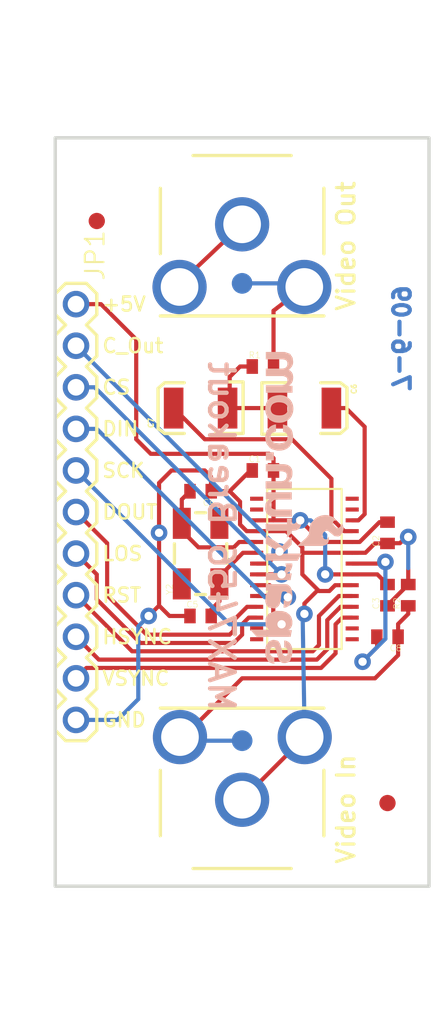
<source format=kicad_pcb>
(kicad_pcb (version 20211014) (generator pcbnew)
  (layers (0 "F.Cu" signal) (31 "B.Cu" signal) (34 "B.Paste" user) (35 "F.Paste" user) (36 "B.SilkS" user "B.Silkscreen") (37 "F.SilkS" user "F.Silkscreen") (38 "B.Mask" user) (39 "F.Mask" user) (44 "Edge.Cuts" user))
  (net 0 "")
  (net 1 "GND")
  (net 2 "5V")
  (net 3 "SCK")
  (net 4 "N$1")
  (net 5 "N$4")
  (net 6 "~{CS}")
  (net 7 "LOS")
  (net 8 "N$5")
  (net 9 "N$6")
  (net 10 "N$7")
  (net 11 "N$8")
  (net 12 "N$9")
  (net 13 "N$10")
  (net 14 "~{HSYNC}")
  (net 15 "~{VSYNC}")
  (net 16 "RESET")
  (net 17 "CLKOUT")
  (net 18 "DIN")
  (net 19 "DOUT")
  (footprint "boardEagle:CRYSTAL-SMD-5X3" (layer "F.Cu") (at 145.9611 107.5436 90)
    (fp_text reference "Y2" (at -2.54 -1.905 90) (layer "F.SilkS") (effects (font (size 0.376489 0.376489) (thickness 0.029911)) (justify left)))
    (fp_text value "27MHz")
    (pad "1" smd rect (at -1.85 1.15 90) (size 1.9 1.1) (layers "F.Cu" "F.Paste" "F.Mask") (net 5 "N$4"))
    (pad "2" smd rect (at 1.85 1.15 90) (size 1.9 1.1) (layers "F.Cu" "F.Paste" "F.Mask"))
    (pad "3" smd rect (at 1.85 -1.15 90) (size 1.9 1.1) (layers "F.Cu" "F.Paste" "F.Mask") (net 4 "N$1"))
    (pad "4" smd rect (at -1.85 -1.15 90) (size 1.9 1.1) (layers "F.Cu" "F.Paste" "F.Mask"))
  )
  (footprint "boardEagle:FIDUCIAL-1X2" (layer "F.Cu") (at 139.6111 87.2236)
    (fp_text reference "U$10" hide)
    (fp_text value "FIDUCIAL1X2" hide)
    (pad "1" smd roundrect (at 0 0) (size 1 1) (layers "F.Cu" "F.Mask") (roundrect_rratio 0.5))
  )
  (footprint "boardEagle:EIA3528" (layer "F.Cu") (at 152.3111 98.6536)
    (fp_text reference "C6" (at 3.032 -1.524 90) (layer "F.SilkS") (effects (font (size 0.312928 0.312928) (thickness 0.093472)) (justify right)))
    (fp_text value "47uF")
    (pad "A" smd rect (at 1.65 0 90) (size 2.5 1.2) (layers "F.Cu" "F.Paste" "F.Mask") (net 10 "N$7"))
    (pad "C" smd rect (at -1.65 0 90) (size 2.5 1.2) (layers "F.Cu" "F.Paste" "F.Mask") (net 8 "N$5"))
  )
  (footprint "boardEagle:C0402" (layer "F.Cu") (at 145.9611 103.7336 180)
    (fp_text reference "C4" (at -0.889 -0.6985) (layer "F.SilkS") (effects (font (size 0.376489 0.376489) (thickness 0.029911)) (justify right)))
    (fp_text value "22pf")
    (pad "1" smd rect (at -0.65 0 180) (size 0.7 0.9) (layers "F.Cu" "F.Paste" "F.Mask") (net 1 "GND"))
    (pad "2" smd rect (at 0.65 0 180) (size 0.7 0.9) (layers "F.Cu" "F.Paste" "F.Mask") (net 4 "N$1"))
  )
  (footprint "boardEagle:STAND-OFF" (layer "F.Cu") (at 157.3911 125.3236)
    (fp_text reference "U$13" hide)
    (fp_text value "STAND-OFF" hide)
    (pad "" np_thru_hole circle (at 0 0) (size 3.302 3.302) (drill 3.302) (layers *.Cu *.Mask))
  )
  (footprint "boardEagle:C0402" (layer "F.Cu") (at 145.9611 111.3536)
    (fp_text reference "C5" (at -0.889 -0.6985) (layer "F.SilkS") (effects (font (size 0.376489 0.376489) (thickness 0.029911)) (justify left)))
    (fp_text value "22pf")
    (pad "1" smd rect (at -0.65 0) (size 0.7 0.9) (layers "F.Cu" "F.Paste" "F.Mask") (net 1 "GND"))
    (pad "2" smd rect (at 0.65 0) (size 0.7 0.9) (layers "F.Cu" "F.Paste" "F.Mask") (net 5 "N$4"))
  )
  (footprint "boardEagle:C0402" (layer "F.Cu") (at 157.3911 112.6236 180)
    (fp_text reference "C8" (at -0.889 -0.6985) (layer "F.SilkS") (effects (font (size 0.376489 0.376489) (thickness 0.029911)) (justify right)))
    (fp_text value "0.1uF")
    (pad "1" smd rect (at -0.65 0 180) (size 0.7 0.9) (layers "F.Cu" "F.Paste" "F.Mask") (net 13 "N$10"))
    (pad "2" smd rect (at 0.65 0 180) (size 0.7 0.9) (layers "F.Cu" "F.Paste" "F.Mask") (net 12 "N$9"))
  )
  (footprint "boardEagle:C0402" (layer "F.Cu") (at 149.7711 96.1136)
    (fp_text reference "R1" (at -0.889 -0.6985) (layer "F.SilkS") (effects (font (size 0.376489 0.376489) (thickness 0.029911)) (justify left)))
    (fp_text value "75")
    (pad "1" smd rect (at -0.65 0) (size 0.7 0.9) (layers "F.Cu" "F.Paste" "F.Mask") (net 8 "N$5"))
    (pad "2" smd rect (at 0.65 0) (size 0.7 0.9) (layers "F.Cu" "F.Paste" "F.Mask") (net 11 "N$8"))
  )
  (footprint "boardEagle:C0402" (layer "F.Cu") (at 157.3911 110.0836 90)
    (fp_text reference "C3" (at -0.889 -0.6985 90) (layer "F.SilkS") (effects (font (size 0.376489 0.376489) (thickness 0.029911)) (justify left)))
    (fp_text value "0.1uF")
    (pad "1" smd rect (at -0.65 0 90) (size 0.7 0.9) (layers "F.Cu" "F.Paste" "F.Mask") (net 1 "GND"))
    (pad "2" smd rect (at 0.65 0 90) (size 0.7 0.9) (layers "F.Cu" "F.Paste" "F.Mask") (net 2 "5V"))
  )
  (footprint "boardEagle:STAND-OFF" (layer "F.Cu") (at 139.6111 84.6836)
    (fp_text reference "U$12" hide)
    (fp_text value "STAND-OFF" hide)
    (pad "" np_thru_hole circle (at 0 0) (size 3.302 3.302) (drill 3.302) (layers *.Cu *.Mask))
  )
  (footprint "boardEagle:C0402" (layer "F.Cu") (at 158.6611 110.0836 90)
    (fp_text reference "R2" (at -0.889 -0.6985 90) (layer "F.SilkS") (effects (font (size 0.376489 0.376489) (thickness 0.029911)) (justify left)))
    (fp_text value "75")
    (pad "1" smd rect (at -0.65 0 90) (size 0.7 0.9) (layers "F.Cu" "F.Paste" "F.Mask") (net 13 "N$10"))
    (pad "2" smd rect (at 0.65 0 90) (size 0.7 0.9) (layers "F.Cu" "F.Paste" "F.Mask") (net 1 "GND"))
  )
  (footprint "boardEagle:STAND-OFF" (layer "F.Cu") (at 157.3911 84.6836)
    (fp_text reference "U$2" hide)
    (fp_text value "STAND-OFF" hide)
    (pad "" np_thru_hole circle (at 0 0) (size 3.302 3.302) (drill 3.302) (layers *.Cu *.Mask))
  )
  (footprint "boardEagle:RCA_LOCK" (layer "F.Cu") (at 148.5011 122.7836 90)
    (fp_text reference "J2" hide)
    (fp_text value "POWER_JACKRCA_LOCK" hide)
    (pad "" np_thru_hole circle (at -3.1 -4.25 90) (size 2.1336 2.1336) (drill 2.1336) (layers *.Cu *.Mask))
    (pad "" np_thru_hole circle (at -3.1 4.25 90) (size 2.1336 2.1336) (drill 2.1336) (layers *.Cu *.Mask))
    (pad "BARREL" thru_hole circle (at 0.2032 0 90) (size 3.316 3.316) (drill 2.3) (layers *.Cu *.Mask) (net 1 "GND"))
    (pad "BREAK" thru_hole circle (at 4.0302 -3.8016 90) (size 3.316 3.316) (drill 2.3) (layers *.Cu *.Mask) (net 13 "N$10"))
    (pad "SPRING" thru_hole circle (at 4.0302 3.827 90) (size 3.316 3.316) (drill 2.3) (layers *.Cu *.Mask) (net 1 "GND"))
  )
  (footprint "boardEagle:FIDUCIAL-1X2" (layer "F.Cu") (at 157.3911 122.7836)
    (fp_text reference "U$9" hide)
    (fp_text value "FIDUCIAL1X2" hide)
    (pad "1" smd roundrect (at 0 0) (size 1 1) (layers "F.Cu" "F.Mask") (roundrect_rratio 0.5))
  )
  (footprint "boardEagle:C0402" (layer "F.Cu") (at 157.3911 106.2736 90)
    (fp_text reference "C2" (at -0.889 -0.6985 90) (layer "F.SilkS") (effects (font (size 0.376489 0.376489) (thickness 0.029911)) (justify left)))
    (fp_text value "0.1uF")
    (pad "1" smd rect (at -0.65 0 90) (size 0.7 0.9) (layers "F.Cu" "F.Paste" "F.Mask") (net 1 "GND"))
    (pad "2" smd rect (at 0.65 0 90) (size 0.7 0.9) (layers "F.Cu" "F.Paste" "F.Mask") (net 2 "5V"))
  )
  (footprint "boardEagle:RCA_LOCK" (layer "F.Cu") (at 148.5011 87.2236 -90)
    (fp_text reference "J1" hide)
    (fp_text value "POWER_JACKRCA_LOCK" hide)
    (pad "" np_thru_hole circle (at -3.1 -4.25 270) (size 2.1336 2.1336) (drill 2.1336) (layers *.Cu *.Mask))
    (pad "" np_thru_hole circle (at -3.1 4.25 270) (size 2.1336 2.1336) (drill 2.1336) (layers *.Cu *.Mask))
    (pad "BARREL" thru_hole circle (at 0.2032 0 270) (size 3.316 3.316) (drill 2.3) (layers *.Cu *.Mask) (net 1 "GND"))
    (pad "BREAK" thru_hole circle (at 4.0302 -3.8016 270) (size 3.316 3.316) (drill 2.3) (layers *.Cu *.Mask) (net 11 "N$8"))
    (pad "SPRING" thru_hole circle (at 4.0302 3.827 270) (size 3.316 3.316) (drill 2.3) (layers *.Cu *.Mask) (net 1 "GND"))
  )
  (footprint "boardEagle:TSSOP28" (layer "F.Cu") (at 152.3111 108.8136)
    (fp_text reference "U3" (at -2.1 -5.4208) (layer "F.SilkS") (effects (font (size 0.235306 0.235306) (thickness 0.018694)) (justify left)))
    (fp_text value "MAX7456")
    (pad "1" smd rect (at -2.921 -4.6228) (size 0.8 0.25) (layers "F.Cu" "F.Paste" "F.Mask"))
    (pad "2" smd rect (at -2.921 -3.9624) (size 0.8 0.25) (layers "F.Cu" "F.Paste" "F.Mask"))
    (pad "3" smd rect (at -2.921 -3.302) (size 0.8 0.25) (layers "F.Cu" "F.Paste" "F.Mask") (net 2 "5V"))
    (pad "4" smd rect (at -2.921 -2.6416) (size 0.8 0.25) (layers "F.Cu" "F.Paste" "F.Mask") (net 1 "GND"))
    (pad "5" smd rect (at -2.921 -1.9812) (size 0.8 0.25) (layers "F.Cu" "F.Paste" "F.Mask") (net 4 "N$1"))
    (pad "6" smd rect (at -2.921 -1.3208) (size 0.8 0.25) (layers "F.Cu" "F.Paste" "F.Mask") (net 5 "N$4"))
    (pad "7" smd rect (at -2.921 -0.6604) (size 0.8 0.25) (layers "F.Cu" "F.Paste" "F.Mask") (net 17 "CLKOUT"))
    (pad "8" smd rect (at -2.927 0) (size 0.8 0.25) (layers "F.Cu" "F.Paste" "F.Mask") (net 6 "~{CS}"))
    (pad "9" smd rect (at -2.921 0.6604) (size 0.8 0.25) (layers "F.Cu" "F.Paste" "F.Mask") (net 18 "DIN"))
    (pad "10" smd rect (at -2.921 1.3208) (size 0.8 0.25) (layers "F.Cu" "F.Paste" "F.Mask") (net 3 "SCK"))
    (pad "11" smd rect (at -2.921 1.9812) (size 0.8 0.25) (layers "F.Cu" "F.Paste" "F.Mask") (net 19 "DOUT"))
    (pad "12" smd rect (at -2.921 2.6416) (size 0.8 0.25) (layers "F.Cu" "F.Paste" "F.Mask") (net 7 "LOS"))
    (pad "13" smd rect (at -2.921 3.302) (size 0.8 0.25) (layers "F.Cu" "F.Paste" "F.Mask"))
    (pad "14" smd rect (at -2.921 3.9624) (size 0.8 0.25) (layers "F.Cu" "F.Paste" "F.Mask"))
    (pad "15" smd rect (at 2.921 3.9624) (size 0.8 0.25) (layers "F.Cu" "F.Paste" "F.Mask"))
    (pad "16" smd rect (at 2.921 3.302) (size 0.8 0.25) (layers "F.Cu" "F.Paste" "F.Mask"))
    (pad "17" smd rect (at 2.921 2.6416) (size 0.8 0.25) (layers "F.Cu" "F.Paste" "F.Mask") (net 15 "~{VSYNC}"))
    (pad "18" smd rect (at 2.921 1.9812) (size 0.8 0.25) (layers "F.Cu" "F.Paste" "F.Mask") (net 14 "~{HSYNC}"))
    (pad "19" smd rect (at 2.921 1.3208) (size 0.8 0.25) (layers "F.Cu" "F.Paste" "F.Mask") (net 16 "RESET"))
    (pad "20" smd rect (at 2.921 0.6604) (size 0.8 0.25) (layers "F.Cu" "F.Paste" "F.Mask") (net 1 "GND"))
    (pad "21" smd rect (at 2.927 0) (size 0.8 0.25) (layers "F.Cu" "F.Paste" "F.Mask") (net 2 "5V"))
    (pad "22" smd rect (at 2.921 -0.6604) (size 0.8 0.25) (layers "F.Cu" "F.Paste" "F.Mask") (net 12 "N$9"))
    (pad "23" smd rect (at 2.921 -1.3208) (size 0.8 0.25) (layers "F.Cu" "F.Paste" "F.Mask") (net 1 "GND"))
    (pad "24" smd rect (at 2.921 -1.9812) (size 0.8 0.25) (layers "F.Cu" "F.Paste" "F.Mask") (net 2 "5V"))
    (pad "25" smd rect (at 2.921 -2.6416) (size 0.8 0.25) (layers "F.Cu" "F.Paste" "F.Mask") (net 9 "N$6"))
    (pad "26" smd rect (at 2.921 -3.302) (size 0.8 0.25) (layers "F.Cu" "F.Paste" "F.Mask") (net 10 "N$7"))
    (pad "27" smd rect (at 2.921 -3.9624) (size 0.8 0.25) (layers "F.Cu" "F.Paste" "F.Mask"))
    (pad "28" smd rect (at 2.921 -4.6228) (size 0.8 0.25) (layers "F.Cu" "F.Paste" "F.Mask"))
  )
  (footprint "boardEagle:STAND-OFF" (layer "F.Cu") (at 139.6111 125.3236)
    (fp_text reference "U$14" hide)
    (fp_text value "STAND-OFF" hide)
    (pad "" np_thru_hole circle (at 0 0) (size 3.302 3.302) (drill 3.302) (layers *.Cu *.Mask))
  )
  (footprint "boardEagle:1X11" (layer "F.Cu") (at 138.3411 92.3036 -90)
    (fp_text reference "JP1" (at -1.3462 -1.8288 -90) (layer "F.SilkS") (effects (font (size 1.143 1.143) (thickness 0.127)) (justify left bottom)))
    (fp_text value "M11PTH")
    (pad "1" thru_hole circle (at 0 0) (size 1.6256 1.6256) (drill 1.016) (layers *.Cu *.Mask) (net 2 "5V"))
    (pad "2" thru_hole circle (at 2.54 0) (size 1.6256 1.6256) (drill 1.016) (layers *.Cu *.Mask) (net 17 "CLKOUT"))
    (pad "3" thru_hole circle (at 5.08 0) (size 1.6256 1.6256) (drill 1.016) (layers *.Cu *.Mask) (net 6 "~{CS}"))
    (pad "4" thru_hole circle (at 7.62 0) (size 1.6256 1.6256) (drill 1.016) (layers *.Cu *.Mask) (net 18 "DIN"))
    (pad "5" thru_hole circle (at 10.16 0) (size 1.6256 1.6256) (drill 1.016) (layers *.Cu *.Mask) (net 3 "SCK"))
    (pad "6" thru_hole circle (at 12.7 0) (size 1.6256 1.6256) (drill 1.016) (layers *.Cu *.Mask) (net 19 "DOUT"))
    (pad "7" thru_hole circle (at 15.24 0) (size 1.6256 1.6256) (drill 1.016) (layers *.Cu *.Mask) (net 7 "LOS"))
    (pad "8" thru_hole circle (at 17.78 0) (size 1.6256 1.6256) (drill 1.016) (layers *.Cu *.Mask) (net 16 "RESET"))
    (pad "9" thru_hole circle (at 20.32 0) (size 1.6256 1.6256) (drill 1.016) (layers *.Cu *.Mask) (net 14 "~{HSYNC}"))
    (pad "10" thru_hole circle (at 22.86 0) (size 1.6256 1.6256) (drill 1.016) (layers *.Cu *.Mask) (net 15 "~{VSYNC}"))
    (pad "11" thru_hole circle (at 25.4 0) (size 1.6256 1.6256) (drill 1.016) (layers *.Cu *.Mask) (net 1 "GND"))
  )
  (footprint "boardEagle:C0402" (layer "F.Cu") (at 149.7711 102.4636)
    (fp_text reference "C1" (at -0.889 -0.6985) (layer "F.SilkS") (effects (font (size 0.376489 0.376489) (thickness 0.029911)) (justify left)))
    (fp_text value "0.1uF")
    (pad "1" smd rect (at -0.65 0) (size 0.7 0.9) (layers "F.Cu" "F.Paste" "F.Mask") (net 1 "GND"))
    (pad "2" smd rect (at 0.65 0) (size 0.7 0.9) (layers "F.Cu" "F.Paste" "F.Mask") (net 2 "5V"))
  )
  (footprint "boardEagle:EIA3528" (layer "F.Cu") (at 145.9611 98.6536 180)
    (fp_text reference "C7" (at 3.032 -1.27 90) (layer "F.SilkS") (effects (font (size 0.312928 0.312928) (thickness 0.093472)) (justify left)))
    (fp_text value "47uF")
    (pad "A" smd rect (at 1.65 0 270) (size 2.5 1.2) (layers "F.Cu" "F.Paste" "F.Mask") (net 9 "N$6"))
    (pad "C" smd rect (at -1.65 0 270) (size 2.5 1.2) (layers "F.Cu" "F.Paste" "F.Mask") (net 8 "N$5"))
  )
  (footprint "boardEagle:PAD.03X.05" (layer "B.Cu") (at 148.5011 118.9736 180)
    (fp_text reference "V_IN0" hide)
    (fp_text value "TEST-POINT3X5" hide)
    (pad "P$1" smd roundrect (at 0 0 180) (size 1.27 1.27) (layers "B.Cu" "B.Mask") (roundrect_rratio 0.5) (net 13 "N$10"))
  )
  (footprint "boardEagle:PAD.03X.05" (layer "B.Cu") (at 148.5011 91.0336 180)
    (fp_text reference "V_OUT0" hide)
    (fp_text value "TEST-POINT3X5" hide)
    (pad "P$1" smd roundrect (at 0 0 180) (size 1.27 1.27) (layers "B.Cu" "B.Mask") (roundrect_rratio 0.5) (net 11 "N$8"))
  )
  (footprint "boardEagle:SFE-NEW-WEBLOGO" (layer "B.Cu") (at 149.0091 114.2746 90)
    (fp_text reference "U$8" hide)
    (fp_text value "LOGO-SFENEW" hide)
  )
  (gr_line (start 159.9311 82.1436) (end 159.9311 127.8636) (layer "Edge.Cuts") (width 0.2032))
  (gr_line (start 137.0711 82.1436) (end 159.9311 82.1436) (layer "Edge.Cuts") (width 0.2032))
  (gr_line (start 137.0711 127.8636) (end 137.0711 82.1436) (layer "Edge.Cuts") (width 0.2032))
  (gr_line (start 159.9311 127.8636) (end 137.0711 127.8636) (layer "Edge.Cuts") (width 0.2032))
  (gr_text "7-6-09" (at 158.7881 91.0336 -90) (layer "B.Cu") (effects (font (size 1.016 1.016) (thickness 0.254)) (justify right top mirror)))
  (gr_text "MAX7456 Breakout" (at 146.3421 117.3226 -90) (layer "B.SilkS") (effects (font (size 1.5113 1.5113) (thickness 0.2667)) (justify left bottom mirror)))
  (gr_text "+5V" (at 139.8651 92.8116) (layer "F.SilkS") (effects (font (size 0.8636 0.8636) (thickness 0.1524)) (justify left bottom)))
  (gr_text "Video In" (at 155.4861 126.5936 90) (layer "F.SilkS") (effects (font (size 1.0795 1.0795) (thickness 0.1905)) (justify left bottom)))
  (gr_text "DIN" (at 139.8651 100.4316) (layer "F.SilkS") (effects (font (size 0.8636 0.8636) (thickness 0.1524)) (justify left bottom)))
  (gr_text "GND" (at 139.8651 118.2116) (layer "F.SilkS") (effects (font (size 0.8636 0.8636) (thickness 0.1524)) (justify left bottom)))
  (gr_text "Video Out" (at 155.4861 92.8116 90) (layer "F.SilkS") (effects (font (size 1.0795 1.0795) (thickness 0.1905)) (justify left bottom)))
  (gr_text "CS" (at 139.8651 97.8916) (layer "F.SilkS") (effects (font (size 0.8636 0.8636) (thickness 0.1524)) (justify left bottom)))
  (gr_text "VSYNC" (at 139.8651 115.6716) (layer "F.SilkS") (effects (font (size 0.8636 0.8636) (thickness 0.1524)) (justify left bottom)))
  (gr_text "SCK" (at 139.8651 102.9716) (layer "F.SilkS") (effects (font (size 0.8636 0.8636) (thickness 0.1524)) (justify left bottom)))
  (gr_text "RST" (at 139.8651 110.5916) (layer "F.SilkS") (effects (font (size 0.8636 0.8636) (thickness 0.1524)) (justify left bottom)))
  (gr_text "DOUT" (at 139.8651 105.5116) (layer "F.SilkS") (effects (font (size 0.8636 0.8636) (thickness 0.1524)) (justify left bottom)))
  (gr_text "LOS" (at 139.8651 108.0516) (layer "F.SilkS") (effects (font (size 0.8636 0.8636) (thickness 0.1524)) (justify left bottom)))
  (gr_text "HSYNC" (at 139.8651 113.1316) (layer "F.SilkS") (effects (font (size 0.8636 0.8636) (thickness 0.1524)) (justify left bottom)))
  (gr_text "C_Out" (at 139.8651 95.3516) (layer "F.SilkS") (effects (font (size 0.8636 0.8636) (thickness 0.1524)) (justify left bottom)))
  (segment (start 143.4211 110.7186) (end 144.0561 111.3536) (width 0.254) (layer "F.Cu") (net 1))
  (segment (start 155.2321 107.4928) (end 156.0449 107.4928) (width 0.254) (layer "F.Cu") (net 1))
  (segment (start 157.3911 106.9236) (end 157.4061 106.9086) (width 0.254) (layer "F.Cu") (net 1))
  (segment (start 149.0091 102.4636) (end 149.1211 102.4636) (width 0.254) (layer "F.Cu") (net 1))
  (segment (start 152.1841 107.1626) (end 152.1841 107.4166) (width 0.254) (layer "F.Cu") (net 1))
  (segment (start 153.1366 109.7661) (end 152.3111 110.5916) (width 0.254) (layer "F.Cu") (net 1))
  (segment (start 158.6611 109.4336) (end 158.6611 108.4326) (width 0.254) (layer "F.Cu") (net 1))
  (segment (start 152.3281 118.7534) (end 148.5011 122.5804) (width 0.254) (layer "F.Cu") (net 1))
  (segment (start 144.6911 91.0336) (end 148.5011 87.4268) (width 0.254) (layer "F.Cu") (net 1))
  (segment (start 152.1841 108.8136) (end 153.1366 109.7661) (width 0.254) (layer "F.Cu") (net 1))
  (segment (start 152.3111 110.5916) (end 152.3111 111.2266) (width 0.254) (layer "F.Cu") (net 1))
  (segment (start 146.2151 102.4636) (end 146.5961 102.8446) (width 0.254) (layer "F.Cu") (net 1))
  (segment (start 154.1907 109.474) (end 155.2321 109.474) (width 0.254) (layer "F.Cu") (net 1))
  (segment (start 144.1831 102.4636) (end 146.2151 102.4636) (width 0.254) (layer "F.Cu") (net 1))
  (segment (start 153.2001 109.8296) (end 153.8351 109.8296) (width 0.254) (layer "F.Cu") (net 1))
  (segment (start 157.4061 106.9086) (end 158.1531 106.9086) (width 0.254) (layer "F.Cu") (net 1))
  (segment (start 156.6141 106.9236) (end 157.3911 106.9236) (width 0.254) (layer "F.Cu") (net 1))
  (segment (start 143.4211 110.7186) (end 143.4211 106.2736) (width 0.254) (layer "F.Cu") (net 1))
  (segment (start 158.1531 106.9086) (end 158.5341 106.5276) (width 0.254) (layer "F.Cu") (net 1))
  (segment (start 153.1366 109.7661) (end 153.2001 109.8296) (width 0.254) (layer "F.Cu") (net 1))
  (segment (start 146.5961 103.7186) (end 146.6111 103.7336) (width 0.254) (layer "F.Cu") (net 1))
  (segment (start 142.7861 111.3536) (end 143.4211 110.7186) (width 0.254) (layer "F.Cu") (net 1))
  (segment (start 152.1841 107.4166) (end 152.1841 108.8136) (width 0.254) (layer "F.Cu") (net 1))
  (segment (start 148.7805 106.172) (end 149.3901 106.172) (width 0.254) (layer "F.Cu") (net 1))
  (segment (start 149.3901 106.172) (end 151.1935 106.172) (width 0.254) (layer "F.Cu") (net 1))
  (segment (start 157.3911 110.7336) (end 157.3911 110.7036) (width 0.254) (layer "F.Cu") (net 1))
  (segment (start 156.0449 107.4928) (end 156.6141 106.9236) (width 0.254) (layer "F.Cu") (net 1))
  (segment (start 143.4211 106.2736) (end 143.4211 103.2256) (width 0.254) (layer "F.Cu") (net 1))
  (segment (start 144.0561 111.3536) (end 145.3111 111.3536) (width 0.254) (layer "F.Cu") (net 1))
  (segment (start 158.5341 106.5276) (end 158.6611 106.5276) (width 0.254) (layer "F.Cu") (net 1))
  (segment (start 146.5961 102.8446) (end 146.5961 103.7186) (width 0.254) (layer "F.Cu") (net 1))
  (segment (start 148.3741 105.7656) (end 148.7805 106.172) (width 0.254) (layer "F.Cu") (net 1))
  (segment (start 157.3911 110.7036) (end 158.6611 109.4336) (width 0.254) (layer "F.Cu") (net 1))
  (segment (start 146.6111 103.7336) (end 147.7391 103.7336) (width 0.254) (layer "F.Cu") (net 1))
  (segment (start 151.1935 106.172) (end 152.1841 107.1626) (width 0.254) (layer "F.Cu") (net 1))
  (segment (start 143.4211 103.2256) (end 144.1831 102.4636) (width 0.254) (layer "F.Cu") (net 1))
  (segment (start 152.2603 107.4928) (end 155.2321 107.4928) (width 0.254) (layer "F.Cu") (net 1))
  (segment (start 147.7391 103.7336) (end 148.3741 104.3686) (width 0.254) (layer "F.Cu") (net 1))
  (segment (start 152.1841 107.4166) (end 152.2603 107.4928) (width 0.254) (layer "F.Cu") (net 1))
  (segment (start 148.3741 104.3686) (end 148.3741 105.7656) (width 0.254) (layer "F.Cu") (net 1))
  (segment (start 153.8351 109.8296) (end 154.1907 109.474) (width 0.254) (layer "F.Cu") (net 1))
  (segment (start 147.7391 103.7336) (end 149.0091 102.4636) (width 0.254) (layer "F.Cu") (net 1))
  (via (at 143.4211 106.2736) (size 1.016) (drill 0.508) (layers "F.Cu" "B.Cu") (net 1))
  (via (at 152.3111 111.2266) (size 1.016) (drill 0.508) (layers "F.Cu" "B.Cu") (net 1))
  (via (at 158.6611 106.5276) (size 1.016) (drill 0.508) (layers "F.Cu" "B.Cu") (net 1))
  (via (at 142.7861 111.3536) (size 1.016) (drill 0.508) (layers "F.Cu" "B.Cu") (net 1))
  (segment (start 138.3411 117.7036) (end 140.8811 117.7036) (width 0.254) (layer "B.Cu") (net 1))
  (segment (start 140.8811 117.7036) (end 142.1511 116.4336) (width 0.254) (layer "B.Cu") (net 1))
  (segment (start 142.1511 116.4336) (end 142.1511 111.9886) (width 0.254) (layer "B.Cu") (net 1))
  (segment (start 142.1511 111.9886) (end 142.7861 111.3536) (width 0.254) (layer "B.Cu") (net 1))
  (segment (start 152.3111 111.2266) (end 152.2011 111.3366) (width 0.254) (layer "B.Cu") (net 1))
  (segment (start 158.6611 106.5276) (end 158.6611 108.4326) (width 0.254) (layer "B.Cu") (net 1))
  (segment (start 152.2011 111.3366) (end 152.3281 118.7534) (width 0.254) (layer "B.Cu") (net 1))
  (segment (start 155.2321 106.8324) (end 155.6893 106.8324) (width 0.254) (layer "F.Cu") (net 2))
  (segment (start 150.1521 101.4476) (end 150.4211 101.7166) (width 0.254) (layer "F.Cu") (net 2))
  (segment (start 155.2381 108.8136) (end 156.7711 108.8136) (width 0.254) (layer "F.Cu") (net 2))
  (segment (start 156.7711 108.8136) (end 157.3911 109.4336) (width 0.254) (layer "F.Cu") (net 2))
  (segment (start 152.0571 105.5116) (end 153.3779 106.8324) (width 0.254) (layer "F.Cu") (net 2))
  (segment (start 142.0241 100.5586) (end 142.0241 94.4626) (width 0.254) (layer "F.Cu") (net 2))
  (segment (start 150.4211 105.4966) (end 150.4061 105.5116) (width 0.254) (layer "F.Cu") (net 2))
  (segment (start 150.4061 105.5116) (end 152.0571 105.5116) (width 0.254) (layer "F.Cu") (net 2))
  (segment (start 150.4211 101.7166) (end 150.4211 102.4636) (width 0.254) (layer "F.Cu") (net 2))
  (segment (start 142.0241 94.4626) (end 139.8651 92.3036) (width 0.254) (layer "F.Cu") (net 2))
  (segment (start 153.3779 106.8324) (end 155.2321 106.8324) (width 0.254) (layer "F.Cu") (net 2))
  (segment (start 142.9131 101.4476) (end 150.1521 101.4476) (width 0.254) (layer "F.Cu") (net 2))
  (segment (start 153.5811 108.8136) (end 155.2381 108.8136) (width 0.254) (layer "F.Cu") (net 2))
  (segment (start 150.4061 105.5116) (end 149.3901 105.5116) (width 0.254) (layer "F.Cu") (net 2))
  (segment (start 156.8981 105.6236) (end 157.3911 105.6236) (width 0.254) (layer "F.Cu") (net 2))
  (segment (start 142.0241 100.5586) (end 142.9131 101.4476) (width 0.254) (layer "F.Cu") (net 2))
  (segment (start 150.4211 102.4636) (end 150.4211 105.4966) (width 0.254) (layer "F.Cu") (net 2))
  (segment (start 155.6893 106.8324) (end 156.8981 105.6236) (width 0.254) (layer "F.Cu") (net 2))
  (segment (start 139.8651 92.3036) (end 138.3411 92.3036) (width 0.254) (layer "F.Cu") (net 2))
  (via (at 152.0571 105.5116) (size 1.016) (drill 0.508) (layers "F.Cu" "B.Cu") (net 2))
  (via (at 153.5811 108.8136) (size 1.016) (drill 0.508) (layers "F.Cu" "B.Cu") (net 2))
  (segment (start 152.0571 105.5116) (end 152.6921 105.5116) (width 0.254) (layer "B.Cu") (net 2))
  (segment (start 153.5811 106.4006) (end 153.5811 108.8136) (width 0.254) (layer "B.Cu") (net 2))
  (segment (start 152.6921 105.5116) (end 153.5811 106.4006) (width 0.254) (layer "B.Cu") (net 2))
  (segment (start 149.9489 110.1344) (end 149.3901 110.1344) (width 0.254) (layer "F.Cu") (net 3))
  (segment (start 150.4061 111.3536) (end 150.4061 110.5916) (width 0.254) (layer "F.Cu") (net 3))
  (segment (start 150.9141 111.8616) (end 150.4061 111.3536) (width 0.254) (layer "F.Cu") (net 3))
  (segment (start 150.4061 110.5916) (end 149.9489 110.1344) (width 0.254) (layer "F.Cu") (net 3))
  (via (at 150.9141 111.8616) (size 1.016) (drill 0.508) (layers "F.Cu" "B.Cu") (net 3))
  (segment (start 138.3411 102.4636) (end 147.7391 111.8616) (width 0.254) (layer "B.Cu") (net 3))
  (segment (start 147.7391 111.8616) (end 150.9141 111.8616) (width 0.254) (layer "B.Cu") (net 3))
  (segment (start 144.8181 105.7006) (end 144.8181 106.1466) (width 0.254) (layer "F.Cu") (net 4))
  (segment (start 148.3233 106.8324) (end 149.3901 106.8324) (width 0.254) (layer "F.Cu") (net 4))
  (segment (start 145.8341 107.1626) (end 147.9931 107.1626) (width 0.254) (layer "F.Cu") (net 4))
  (segment (start 144.8111 105.6936) (end 144.8181 105.7006) (width 0.254) (layer "F.Cu") (net 4))
  (segment (start 144.8111 104.2336) (end 145.3111 103.7336) (width 0.254) (layer "F.Cu") (net 4))
  (segment (start 147.9931 107.1626) (end 148.3233 106.8324) (width 0.254) (layer "F.Cu") (net 4))
  (segment (start 144.8111 105.6936) (end 144.8111 104.2336) (width 0.254) (layer "F.Cu") (net 4))
  (segment (start 144.8181 106.1466) (end 145.8341 107.1626) (width 0.254) (layer "F.Cu") (net 4))
  (segment (start 148.5519 107.4928) (end 149.3901 107.4928) (width 0.254) (layer "F.Cu") (net 5))
  (segment (start 146.6111 111.3536) (end 146.6111 110.9576) (width 0.254) (layer "F.Cu") (net 5))
  (segment (start 147.1111 109.3936) (end 147.1041 109.3866) (width 0.254) (layer "F.Cu") (net 5))
  (segment (start 147.1111 110.4576) (end 147.1111 109.3936) (width 0.254) (layer "F.Cu") (net 5))
  (segment (start 147.1041 109.3866) (end 147.1041 108.9406) (width 0.254) (layer "F.Cu") (net 5))
  (segment (start 146.6111 110.9576) (end 147.1111 110.4576) (width 0.254) (layer "F.Cu") (net 5))
  (segment (start 147.1041 108.9406) (end 148.5519 107.4928) (width 0.254) (layer "F.Cu") (net 5))
  (segment (start 149.3841 108.8136) (end 150.9141 108.8136) (width 0.254) (layer "F.Cu") (net 6))
  (via (at 150.9141 108.8136) (size 1.016) (drill 0.508) (layers "F.Cu" "B.Cu") (net 6))
  (segment (start 150.9141 108.8136) (end 139.4841 97.3836) (width 0.254) (layer "B.Cu") (net 6))
  (segment (start 139.4841 97.3836) (end 138.3411 97.3836) (width 0.254) (layer "B.Cu") (net 6))
  (segment (start 139.6111 108.8136) (end 138.3411 107.5436) (width 0.254) (layer "F.Cu") (net 7))
  (segment (start 147.9931 113.0046) (end 148.5011 112.4966) (width 0.254) (layer "F.Cu") (net 7))
  (segment (start 139.6111 110.3376) (end 142.2781 113.0046) (width 0.254) (layer "F.Cu") (net 7))
  (segment (start 139.6111 110.3376) (end 139.6111 108.8136) (width 0.254) (layer "F.Cu") (net 7))
  (segment (start 148.5011 111.8616) (end 148.9075 111.4552) (width 0.254) (layer "F.Cu") (net 7))
  (segment (start 142.2781 113.0046) (end 147.9931 113.0046) (width 0.254) (layer "F.Cu") (net 7))
  (segment (start 148.5011 112.4966) (end 148.5011 111.8616) (width 0.254) (layer "F.Cu") (net 7))
  (segment (start 148.9075 111.4552) (end 149.3901 111.4552) (width 0.254) (layer "F.Cu") (net 7))
  (segment (start 147.7391 96.7486) (end 148.3741 96.1136) (width 0.254) (layer "F.Cu") (net 8))
  (segment (start 148.3741 96.1136) (end 149.1211 96.1136) (width 0.254) (layer "F.Cu") (net 8))
  (segment (start 147.7391 98.5256) (end 147.7391 96.7486) (width 0.254) (layer "F.Cu") (net 8))
  (segment (start 147.6111 98.6536) (end 150.6611 98.6536) (width 0.254) (layer "F.Cu") (net 8))
  (segment (start 147.6111 98.6536) (end 147.7391 98.5256) (width 0.254) (layer "F.Cu") (net 8))
  (segment (start 151.5491 100.5586) (end 153.9621 102.9716) (width 0.254) (layer "F.Cu") (net 9))
  (segment (start 154.7495 106.172) (end 155.2321 106.172) (width 0.254) (layer "F.Cu") (net 9))
  (segment (start 144.3111 98.6536) (end 146.2161 100.5586) (width 0.254) (layer "F.Cu") (net 9))
  (segment (start 146.2161 100.5586) (end 151.5491 100.5586) (width 0.254) (layer "F.Cu") (net 9))
  (segment (start 144.3111 98.6536) (end 144.3101 98.6546) (width 0.254) (layer "F.Cu") (net 9))
  (segment (start 153.9621 102.9716) (end 153.9621 105.3846) (width 0.254) (layer "F.Cu") (net 9))
  (segment (start 153.9621 105.3846) (end 154.7495 106.172) (width 0.254) (layer "F.Cu") (net 9))
  (segment (start 155.2321 105.5116) (end 155.6131 105.5116) (width 0.254) (layer "F.Cu") (net 10))
  (segment (start 155.9941 99.7966) (end 154.8511 98.6536) (width 0.254) (layer "F.Cu") (net 10))
  (segment (start 154.8511 98.6536) (end 153.9611 98.6536) (width 0.254) (layer "F.Cu") (net 10))
  (segment (start 155.9941 105.1306) (end 155.9941 99.7966) (width 0.254) (layer "F.Cu") (net 10))
  (segment (start 155.6131 105.5116) (end 155.9941 105.1306) (width 0.254) (layer "F.Cu") (net 10))
  (segment (start 150.4211 92.7036) (end 152.3027 91.2538) (width 0.254) (layer "F.Cu") (net 11))
  (segment (start 150.4211 96.1136) (end 150.4211 92.7036) (width 0.254) (layer "F.Cu") (net 11))
  (segment (start 152.0825 91.0336) (end 148.5011 91.0336) (width 0.254) (layer "B.Cu") (net 11))
  (segment (start 152.3027 91.2538) (end 152.0825 91.0336) (width 0.254) (layer "B.Cu") (net 11))
  (segment (start 156.7561 113.2586) (end 156.7561 112.6386) (width 0.254) (layer "F.Cu") (net 12))
  (segment (start 155.8671 114.1476) (end 156.7561 113.2586) (width 0.254) (layer "F.Cu") (net 12))
  (segment (start 156.7561 112.6386) (end 156.7411 112.6236) (width 0.254) (layer "F.Cu") (net 12))
  (segment (start 157.1625 108.1532) (end 155.2321 108.1532) (width 0.254) (layer "F.Cu") (net 12))
  (segment (start 157.2641 108.0516) (end 157.1625 108.1532) (width 0.254) (layer "F.Cu") (net 12))
  (via (at 155.8671 114.1476) (size 1.016) (drill 0.508) (layers "F.Cu" "B.Cu") (net 12))
  (via (at 157.2641 108.0516) (size 1.016) (drill 0.508) (layers "F.Cu" "B.Cu") (net 12))
  (segment (start 157.2641 112.7506) (end 157.2641 108.0516) (width 0.254) (layer "B.Cu") (net 12))
  (segment (start 155.8671 114.1476) (end 157.2641 112.7506) (width 0.254) (layer "B.Cu") (net 12))
  (segment (start 158.6611 111.2266) (end 158.6611 110.7336) (width 0.254) (layer "F.Cu") (net 13))
  (segment (start 156.6291 115.1636) (end 158.0411 113.7516) (width 0.254) (layer "F.Cu") (net 13))
  (segment (start 158.0411 113.7516) (end 158.0411 112.6236) (width 0.254) (layer "F.Cu") (net 13))
  (segment (start 158.0411 111.8466) (end 158.6611 111.2266) (width 0.254) (layer "F.Cu") (net 13))
  (segment (start 158.0411 112.6236) (end 158.0411 111.8466) (width 0.254) (layer "F.Cu") (net 13))
  (segment (start 144.8011 118.8636) (end 148.5011 115.1636) (width 0.254) (layer "F.Cu") (net 13))
  (segment (start 144.6995 118.7534) (end 144.8011 118.8636) (width 0.254) (layer "F.Cu") (net 13))
  (segment (start 148.5011 115.1636) (end 156.6291 115.1636) (width 0.254) (layer "F.Cu") (net 13))
  (segment (start 144.9197 118.9736) (end 148.5011 118.9736) (width 0.254) (layer "B.Cu") (net 13))
  (segment (start 144.6995 118.7534) (end 144.9197 118.9736) (width 0.254) (layer "B.Cu") (net 13))
  (segment (start 153.7081 113.3856) (end 153.7081 111.6076) (width 0.254) (layer "F.Cu") (net 14))
  (segment (start 138.3411 112.6236) (end 139.7381 114.0206) (width 0.254) (layer "F.Cu") (net 14))
  (segment (start 139.7381 114.0206) (end 153.0731 114.0206) (width 0.254) (layer "F.Cu") (net 14))
  (segment (start 153.0731 114.0206) (end 153.7081 113.3856) (width 0.254) (layer "F.Cu") (net 14))
  (segment (start 154.5209 110.7948) (end 155.2321 110.7948) (width 0.254) (layer "F.Cu") (net 14))
  (segment (start 153.7081 111.6076) (end 154.5209 110.7948) (width 0.254) (layer "F.Cu") (net 14))
  (segment (start 138.9761 114.5286) (end 153.3271 114.5286) (width 0.254) (layer "F.Cu") (net 15))
  (segment (start 154.2161 113.6396) (end 154.2161 111.8616) (width 0.254) (layer "F.Cu") (net 15))
  (segment (start 138.3411 115.1636) (end 138.9761 114.5286) (width 0.254) (layer "F.Cu") (net 15))
  (segment (start 154.6225 111.4552) (end 155.2321 111.4552) (width 0.254) (layer "F.Cu") (net 15))
  (segment (start 153.3271 114.5286) (end 154.2161 113.6396) (width 0.254) (layer "F.Cu") (net 15))
  (segment (start 154.2161 111.8616) (end 154.6225 111.4552) (width 0.254) (layer "F.Cu") (net 15))
  (segment (start 141.7701 113.5126) (end 138.3411 110.0836) (width 0.254) (layer "F.Cu") (net 16))
  (segment (start 141.7701 113.5126) (end 152.8191 113.5126) (width 0.254) (layer "F.Cu") (net 16))
  (segment (start 154.4193 110.1344) (end 155.2321 110.1344) (width 0.254) (layer "F.Cu") (net 16))
  (segment (start 152.8191 113.5126) (end 153.2001 113.1316) (width 0.254) (layer "F.Cu") (net 16))
  (segment (start 153.2001 113.1316) (end 153.2001 111.3536) (width 0.254) (layer "F.Cu") (net 16))
  (segment (start 153.2001 111.3536) (end 154.4193 110.1344) (width 0.254) (layer "F.Cu") (net 16))
  (segment (start 149.3901 108.1532) (end 150.0505 108.1532) (width 0.254) (layer "F.Cu") (net 17))
  (segment (start 150.0505 108.1532) (end 150.7871 107.4166) (width 0.254) (layer "F.Cu") (net 17))
  (via (at 150.7871 107.4166) (size 1.016) (drill 0.508) (layers "F.Cu" "B.Cu") (net 17))
  (segment (start 150.7871 107.4166) (end 150.7871 107.2896) (width 0.254) (layer "B.Cu") (net 17))
  (segment (start 150.7871 107.2896) (end 138.3411 94.8436) (width 0.254) (layer "B.Cu") (net 17))
  (segment (start 150.1775 109.474) (end 149.3901 109.474) (width 0.254) (layer "F.Cu") (net 18))
  (segment (start 151.2951 110.2106) (end 150.9141 110.2106) (width 0.254) (layer "F.Cu") (net 18))
  (segment (start 150.9141 110.2106) (end 150.1775 109.474) (width 0.254) (layer "F.Cu") (net 18))
  (via (at 151.2951 110.2106) (size 1.016) (drill 0.508) (layers "F.Cu" "B.Cu") (net 18))
  (segment (start 139.6111 99.9236) (end 149.8981 110.2106) (width 0.254) (layer "B.Cu") (net 18))
  (segment (start 138.3411 99.9236) (end 139.6111 99.9236) (width 0.254) (layer "B.Cu") (net 18))
  (segment (start 149.8981 110.2106) (end 151.2951 110.2106) (width 0.254) (layer "B.Cu") (net 18))
  (segment (start 147.9931 112.2426) (end 147.9931 111.6076) (width 0.254) (layer "F.Cu") (net 19))
  (segment (start 140.2461 106.9086) (end 138.3411 105.0036) (width 0.254) (layer "F.Cu") (net 19))
  (segment (start 147.9931 111.6076) (end 148.8059 110.7948) (width 0.254) (layer "F.Cu") (net 19))
  (segment (start 140.2461 110.0836) (end 142.6591 112.4966) (width 0.254) (layer "F.Cu") (net 19))
  (segment (start 148.8059 110.7948) (end 149.3901 110.7948) (width 0.254) (layer "F.Cu") (net 19))
  (segment (start 147.7391 112.4966) (end 147.9931 112.2426) (width 0.254) (layer "F.Cu") (net 19))
  (segment (start 142.6591 112.4966) (end 147.7391 112.4966) (width 0.254) (layer "F.Cu") (net 19))
  (segment (start 140.2461 110.0836) (end 140.2461 106.9086) (width 0.254) (layer "F.Cu") (net 19))
)
</source>
